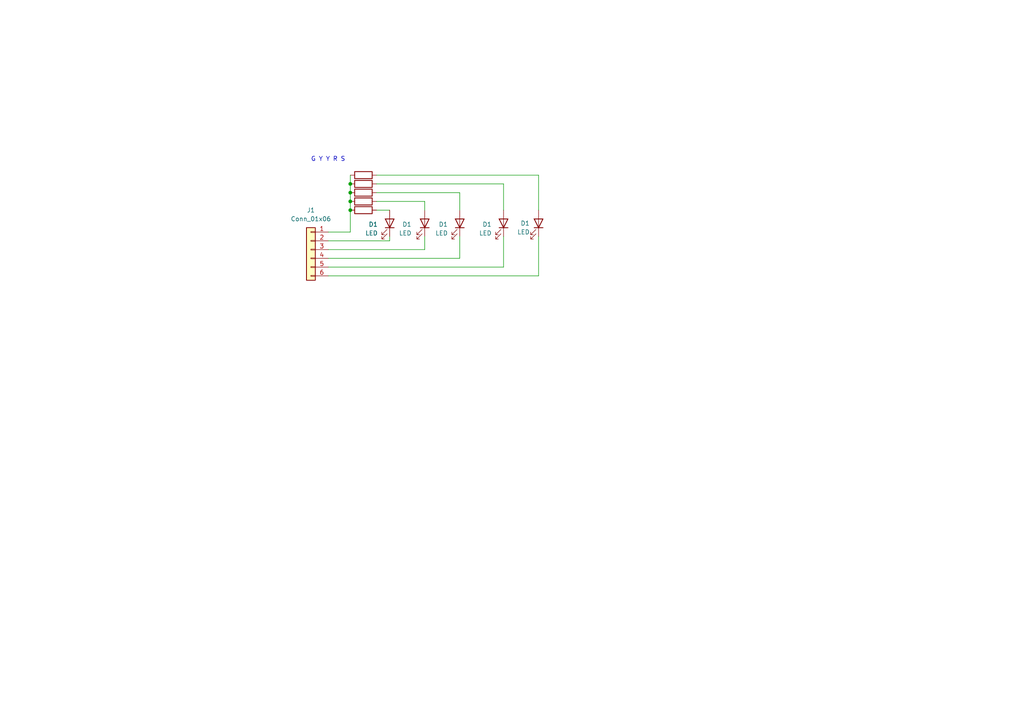
<source format=kicad_sch>
(kicad_sch (version 20230121) (generator eeschema)
  (paper "A4")
  (lib_symbols
    (symbol "Connector_Generic:Conn_01x06" (pin_names (offset 1.016) hide)
      (property "Reference" "J" (at 0 7.62 0))
      (property "Value" "Conn_01x06" (at 0 -10.16 0))
      (symbol "Conn_01x06_1_1"
        (rectangle (start -1.27 -7.493) (end 0 -7.747) (stroke (width 0.1524)))
        (rectangle (start -1.27 -4.953) (end 0 -5.207) (stroke (width 0.1524)))
        (rectangle (start -1.27 -2.413) (end 0 -2.667) (stroke (width 0.1524)))
        (rectangle (start -1.27 0.127) (end 0 -0.127) (stroke (width 0.1524)))
        (rectangle (start -1.27 2.667) (end 0 2.413) (stroke (width 0.1524)))
        (rectangle (start -1.27 5.207) (end 0 4.953) (stroke (width 0.1524)))
        (rectangle (start -1.27 6.35) (end 1.27 -8.89) (stroke (width 0.254)) (fill (type background)))
        (pin passive line (at -5.08 5.08 0) (length 3.81) (name "Pin_1") (number "1"))
        (pin passive line (at -5.08 2.54 0) (length 3.81) (name "Pin_2") (number "2"))
        (pin passive line (at -5.08 0 0) (length 3.81) (name "Pin_3") (number "3"))
        (pin passive line (at -5.08 -2.54 0) (length 3.81) (name "Pin_4") (number "4"))
        (pin passive line (at -5.08 -5.08 0) (length 3.81) (name "Pin_5") (number "5"))
        (pin passive line (at -5.08 -7.62 0) (length 3.81) (name "Pin_6") (number "6"))
      )
    )
    (symbol "Device:LED" (pin_numbers hide) (pin_names (offset 1.016) hide)
      (property "Reference" "D" (at 0 2.54 0))
      (property "Value" "LED" (at 0 -2.54 0))
      (symbol "LED_0_1"
        (polyline (pts (xy -1.27 -1.27) (xy -1.27 1.27)) (stroke (width 0.254)))
        (polyline (pts (xy -1.27 0) (xy 1.27 0)))
        (polyline (pts (xy 1.27 -1.27) (xy 1.27 1.27) (xy -1.27 0) (xy 1.27 -1.27)) (stroke (width 0.254)))
        (polyline (pts (xy -3.048 -0.762) (xy -4.572 -2.286) (xy -3.81 -2.286) (xy -4.572 -2.286) (xy -4.572 -1.524)))
        (polyline (pts (xy -1.778 -0.762) (xy -3.302 -2.286) (xy -2.54 -2.286) (xy -3.302 -2.286) (xy -3.302 -1.524)))
      )
      (symbol "LED_1_1"
        (pin passive line (at -3.81 0 0) (length 2.54) (name "K") (number "1"))
        (pin passive line (at 3.81 0 180) (length 2.54) (name "A") (number "2"))
      )
    )
    (symbol "Device:R" (pin_numbers hide) (pin_names (offset 0))
      (property "Reference" "R" (at 2.032 0 90))
      (property "Value" "R" (at 0 0 90))
      (symbol "R_0_1"
        (rectangle (start -1.016 -2.54) (end 1.016 2.54) (stroke (width 0.254)))
      )
      (symbol "R_1_1"
        (pin passive line (at 0 3.81 270) (length 1.27) (name "~") (number "1"))
        (pin passive line (at 0 -3.81 90) (length 1.27) (name "~") (number "2"))
      )
    )
  )
  (junction (at 101.6 60.96))
  (junction (at 101.6 53.34))
  (junction (at 101.6 58.42))
  (junction (at 101.6 55.88))
  (wire (pts (xy 133.35 55.88) (xy 133.35 60.96)))
  (wire (pts (xy 113.03 69.85) (xy 95.25 69.85)))
  (wire (pts (xy 109.22 55.88) (xy 133.35 55.88)))
  (wire (pts (xy 101.6 67.31) (xy 101.6 60.96)))
  (wire (pts (xy 109.22 50.8) (xy 156.21 50.8)))
  (wire (pts (xy 156.21 68.58) (xy 156.21 80.01)))
  (wire (pts (xy 95.25 67.31) (xy 101.6 67.31)))
  (wire (pts (xy 123.19 72.39) (xy 95.25 72.39)))
  (wire (pts (xy 133.35 74.93) (xy 95.25 74.93)))
  (wire (pts (xy 109.22 58.42) (xy 123.19 58.42)))
  (wire (pts (xy 133.35 68.58) (xy 133.35 74.93)))
  (wire (pts (xy 123.19 68.58) (xy 123.19 72.39)))
  (wire (pts (xy 123.19 58.42) (xy 123.19 60.96)))
  (wire (pts (xy 101.6 58.42) (xy 101.6 60.96)))
  (wire (pts (xy 146.05 68.58) (xy 146.05 77.47)))
  (wire (pts (xy 101.6 53.34) (xy 101.6 55.88)))
  (wire (pts (xy 109.22 53.34) (xy 146.05 53.34)))
  (wire (pts (xy 113.03 60.96) (xy 109.22 60.96)))
  (wire (pts (xy 156.21 50.8) (xy 156.21 60.96)))
  (wire (pts (xy 146.05 77.47) (xy 95.25 77.47)))
  (wire (pts (xy 146.05 53.34) (xy 146.05 60.96)))
  (wire (pts (xy 101.6 50.8) (xy 101.6 53.34)))
  (wire (pts (xy 95.25 80.01) (xy 156.21 80.01)))
  (wire (pts (xy 101.6 55.88) (xy 101.6 58.42)))
  (wire (pts (xy 113.03 69.85) (xy 113.03 68.58)))
  (text "G Y Y R S" (at 90.17 46.99 0) (effects (font (size 1.27 1.27)) (justify left bottom)))
  (symbol (lib_id "Device:LED") (at 146.05 64.77 270) (mirror x) (unit 1)
    (property "Reference" "D1" (at 142.621 65.0875 90) (effects (justify right)))
    (property "Value" "LED" (at 142.621 67.6275 90) (effects (justify right)))
    (property "Footprint" "custom_kicad_lib_sk:LED_NO_SILK" (effects hide))
    (instances (project "signal PCB" (path "" (reference "D1") (unit 1)) (path "" (reference "D3") (unit 1)) (path "" (reference "D?") (unit 1)) (path "" (reference "D21") (unit 1)) (path "" (reference "D37") (unit 1)) (path "" (reference "D1104") (unit 1)) (path "" (reference "D1204") (unit 1))))
  )
  (symbol (lib_id "Device:R") (at 105.41 50.8 270) (mirror x) (unit 1)
    (property "Reference" "R1" (effects hide))
    (property "Value" "R" (effects hide))
    (property "Footprint" "Resistor_SMD:R_0805_2012Metric_Pad1.20x1.40mm_HandSolder" (effects hide))
    (instances (project "signal PCB" (path "" (reference "R1") (unit 1)) (path "" (reference "R?") (unit 1)) (path "" (reference "R26") (unit 1)) (path "" (reference "R31") (unit 1)) (path "" (reference "R1101") (unit 1)) (path "" (reference "R1201") (unit 1))))
  )
  (symbol (lib_id "Device:LED") (at 156.21 64.77 270) (mirror x) (unit 1)
    (property "Reference" "D1" (at 153.67 64.77 90) (effects (justify right)))
    (property "Value" "LED" (at 153.67 67.31 90) (effects (justify right)))
    (property "Footprint" "custom_kicad_lib_sk:LED_NO_SILK" (effects hide))
    (instances (project "signal PCB" (path "" (reference "D1") (unit 1)) (path "" (reference "D3") (unit 1)) (path "" (reference "D?") (unit 1)) (path "" (reference "D29") (unit 1)) (path "" (reference "D38") (unit 1)) (path "" (reference "D1105") (unit 1)) (path "" (reference "D1205") (unit 1))))
  )
  (symbol (lib_id "Device:LED") (at 123.19 64.77 270) (mirror x) (unit 1)
    (property "Reference" "D1" (at 119.38 65.0875 90) (effects (justify right)))
    (property "Value" "LED" (at 119.38 67.6275 90) (effects (justify right)))
    (property "Footprint" "custom_kicad_lib_sk:LED_NO_SILK" (effects hide))
    (instances (project "signal PCB" (path "" (reference "D1") (unit 1)) (path "" (reference "D2") (unit 1)) (path "" (reference "D?") (unit 1)) (path "" (reference "D19") (unit 1)) (path "" (reference "D35") (unit 1)) (path "" (reference "D1102") (unit 1)) (path "" (reference "D1202") (unit 1))))
  )
  (symbol (lib_id "Device:LED") (at 113.03 64.77 270) (mirror x) (unit 1)
    (property "Reference" "D1" (at 109.601 65.0875 90) (effects (justify right)))
    (property "Value" "LED" (at 109.601 67.6275 90) (effects (justify right)))
    (property "Footprint" "custom_kicad_lib_sk:LED_NO_SILK" (effects hide))
    (instances (project "signal PCB" (path "" (reference "D1") (unit 1)) (path "" (reference "D1") (unit 1)) (path "" (reference "D?") (unit 1)) (path "" (reference "D18") (unit 1)) (path "" (reference "D34") (unit 1)) (path "" (reference "D1101") (unit 1)) (path "" (reference "D1201") (unit 1))))
  )
  (symbol (lib_id "Device:R") (at 105.41 60.96 270) (mirror x) (unit 1)
    (property "Reference" "R1" (effects hide))
    (property "Value" "R" (effects hide))
    (property "Footprint" "Resistor_SMD:R_0805_2012Metric_Pad1.20x1.40mm_HandSolder" (effects hide))
    (instances (project "signal PCB" (path "" (reference "R1") (unit 1)) (path "" (reference "R?") (unit 1)) (path "" (reference "R18") (unit 1)) (path "" (reference "R35") (unit 1)) (path "" (reference "R1105") (unit 1)) (path "" (reference "R1205") (unit 1))))
  )
  (symbol (lib_id "Connector_Generic:Conn_01x06") (at 90.17 72.39 0) (mirror y) (unit 1)
    (property "Reference" "J1" (at 90.17 60.96 0))
    (property "Value" "Conn_01x06" (at 90.17 63.5 0))
    (property "Footprint" "Connector_PinHeader_2.54mm:PinHeader_1x06_P2.54mm_Vertical" (effects hide))
    (instances (project "signal PCB" (path "" (reference "J1") (unit 1)) (path "" (reference "J?") (unit 1)) (path "" (reference "J13") (unit 1)) (path "" (reference "J18") (unit 1)) (path "" (reference "J1101") (unit 1)) (path "" (reference "J1201") (unit 1))))
  )
  (symbol (lib_id "Device:R") (at 105.41 55.88 270) (mirror x) (unit 1)
    (property "Reference" "R1" (effects hide))
    (property "Value" "R" (effects hide))
    (property "Footprint" "Resistor_SMD:R_0805_2012Metric_Pad1.20x1.40mm_HandSolder" (effects hide))
    (instances (project "signal PCB" (path "" (reference "R1") (unit 1)) (path "" (reference "R?") (unit 1)) (path "" (reference "R16") (unit 1)) (path "" (reference "R33") (unit 1)) (path "" (reference "R1103") (unit 1)) (path "" (reference "R1203") (unit 1))))
  )
  (symbol (lib_id "Device:LED") (at 133.35 64.77 270) (mirror x) (unit 1)
    (property "Reference" "D1" (at 129.921 65.0875 90) (effects (justify right)))
    (property "Value" "LED" (at 129.921 67.6275 90) (effects (justify right)))
    (property "Footprint" "custom_kicad_lib_sk:LED_NO_SILK" (effects hide))
    (instances (project "signal PCB" (path "" (reference "D1") (unit 1)) (path "" (reference "D3") (unit 1)) (path "" (reference "D?") (unit 1)) (path "" (reference "D20") (unit 1)) (path "" (reference "D36") (unit 1)) (path "" (reference "D1103") (unit 1)) (path "" (reference "D1203") (unit 1))))
  )
  (symbol (lib_id "Device:R") (at 105.41 53.34 270) (mirror x) (unit 1)
    (property "Reference" "R1" (effects hide))
    (property "Value" "R" (effects hide))
    (property "Footprint" "Resistor_SMD:R_0805_2012Metric_Pad1.20x1.40mm_HandSolder" (effects hide))
    (instances (project "signal PCB" (path "" (reference "R1") (unit 1)) (path "" (reference "R?") (unit 1)) (path "" (reference "R15") (unit 1)) (path "" (reference "R32") (unit 1)) (path "" (reference "R1102") (unit 1)) (path "" (reference "R1202") (unit 1))))
  )
  (symbol (lib_id "Device:R") (at 105.41 58.42 270) (mirror x) (unit 1)
    (property "Reference" "R1" (effects hide))
    (property "Value" "R" (effects hide))
    (property "Footprint" "Resistor_SMD:R_0805_2012Metric_Pad1.20x1.40mm_HandSolder" (effects hide))
    (instances (project "signal PCB" (path "" (reference "R1") (unit 1)) (path "" (reference "R?") (unit 1)) (path "" (reference "R17") (unit 1)) (path "" (reference "R34") (unit 1)) (path "" (reference "R1104") (unit 1)) (path "" (reference "R1204") (unit 1))))
  )
)
</source>
